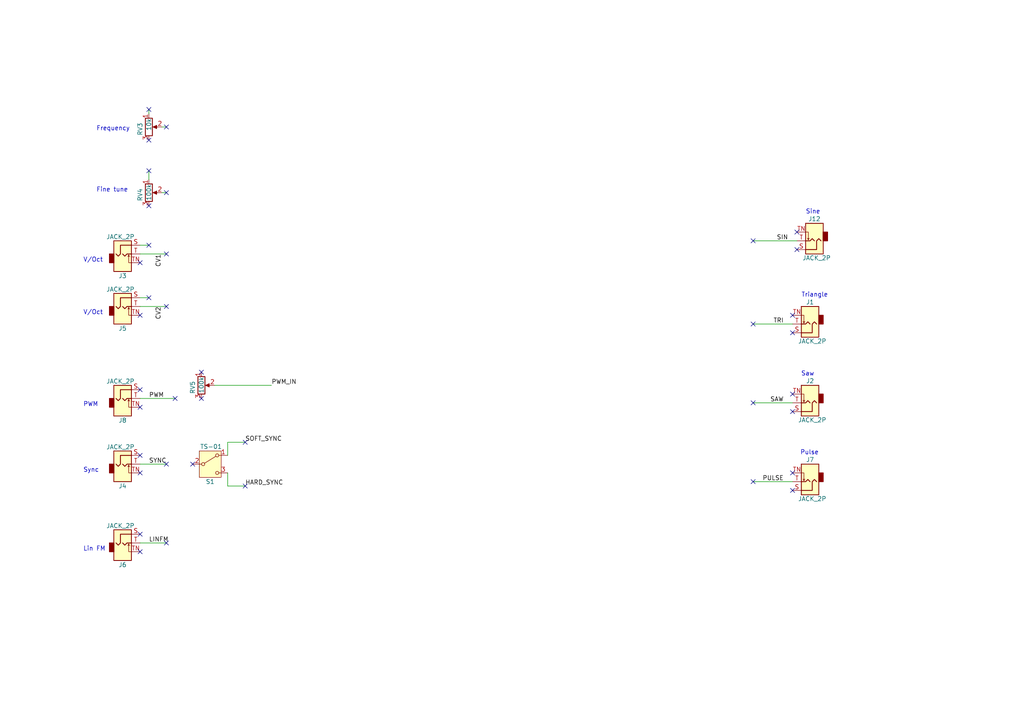
<source format=kicad_sch>
(kicad_sch (version 20250114) (generator "eeschema") (generator_version "9.0")
  (paper "A4")
  (lib_symbols
    (symbol "Device:R_Potentiometer" (pin_names (offset 1.016) (hide yes))
      (property "Reference" "RV" (at -4.445 0 90))
      (property "Value" "R_Potentiometer" (at -2.54 0 90))
      (symbol "R_Potentiometer_0_1"
        (rectangle (start 1.016 2.54) (end -1.016 -2.54) (stroke (width 0.254)))
        (polyline (pts (xy 1.143 0) (xy 2.286 0.508) (xy 2.286 -0.508) (xy 1.143 0)) (fill (type outline)))
        (polyline (pts (xy 2.54 0) (xy 1.524 0)))
      )
      (symbol "R_Potentiometer_1_1"
        (pin passive line (at 0 3.81 270) (length 1.27) (name "1") (number "1"))
        (pin passive line (at 0 -3.81 90) (length 1.27) (name "3") (number "3"))
        (pin passive line (at 3.81 0 180) (length 1.27) (name "2") (number "2"))
      )
    )
    (symbol "Eurorack Common:AudioJack2_SwitchT"
      (property "Reference" "J3" (at 0 -6.35 0))
      (property "Value" "JACK_2P" (at -0.635 4.9729 0))
      (symbol "AudioJack2_SwitchT_0_1"
        (rectangle (start -2.54 0) (end -3.81 -2.54) (stroke (width 0.254)) (fill (type outline)))
        (polyline (pts (xy 0 0) (xy 0.635 -0.635) (xy 1.27 0) (xy 2.54 0)) (stroke (width 0.254)))
        (polyline (pts (xy 1.778 -0.254) (xy 2.032 -0.762)))
        (rectangle (start 2.54 3.81) (end -2.54 -5.08) (stroke (width 0.254)) (fill (type background)))
        (polyline (pts (xy 2.54 2.54) (xy -0.635 2.54) (xy -0.635 0) (xy -1.27 -0.635) (xy -1.905 0)) (stroke (width 0.254)))
        (polyline (pts (xy 2.54 -2.54) (xy 1.778 -2.54) (xy 1.778 -0.254) (xy 1.524 -0.762)))
      )
      (symbol "AudioJack2_SwitchT_1_1"
        (pin passive line (at 5.08 2.54 180) (length 2.54) (name "~") (number "S"))
        (pin passive line (at 5.08 0 180) (length 2.54) (name "~") (number "T"))
        (pin passive line (at 5.08 -2.54 180) (length 2.54) (name "~") (number "TN"))
      )
    )
    (symbol "Switch:SW_SPDT" (pin_names (offset 0) (hide yes))
      (property "Reference" "SW" (at 0 5.08 0))
      (property "Value" "SW_SPDT" (at 0 -5.08 0))
      (symbol "SW_SPDT_0_1"
        (circle (center -2.032 0) (radius 0.4572))
        (polyline (pts (xy -1.651 0.254) (xy 1.651 2.286)))
        (circle (center 2.032 2.54) (radius 0.4572))
        (circle (center 2.032 -2.54) (radius 0.4572))
      )
      (symbol "SW_SPDT_1_1"
        (rectangle (start -3.175 3.81) (end 3.175 -3.81) (fill (type background)))
        (pin passive line (at -5.08 0 0) (length 2.54) (name "B") (number "2"))
        (pin passive line (at 5.08 2.54 180) (length 2.54) (name "A") (number "1"))
        (pin passive line (at 5.08 -2.54 180) (length 2.54) (name "C") (number "3"))
      )
    )
  )
  (text "Sync" (at 24.13 137.16 0) (effects (font (size 1.27 1.27)) (justify left bottom)))
  (text "Sine" (at 233.68 62.23 0) (effects (font (size 1.27 1.27)) (justify left bottom)))
  (text "Lin FM" (at 24.13 160.02 0) (effects (font (size 1.27 1.27)) (justify left bottom)))
  (text "V/Oct\n" (at 24.13 76.2 0) (effects (font (size 1.27 1.27)) (justify left bottom)))
  (text "Pulse" (at 237.49 132.08 0) (effects (font (size 1.27 1.27)) (justify right bottom)))
  (text "Saw" (at 236.22 109.22 0) (effects (font (size 1.27 1.27)) (justify right bottom)))
  (text "Fine tune" (at 27.94 55.88 0) (effects (font (size 1.27 1.27)) (justify left bottom)))
  (text "Triangle" (at 232.41 86.36 0) (effects (font (size 1.27 1.27)) (justify left bottom)))
  (text "V/Oct\n" (at 24.13 91.44 0) (effects (font (size 1.27 1.27)) (justify left bottom)))
  (text "Frequency" (at 27.94 38.1 0) (effects (font (size 1.27 1.27)) (justify left bottom)))
  (text "PWM" (at 24.13 118.11 0) (effects (font (size 1.27 1.27)) (justify left bottom)))
  (no_connect (at 43.18 49.53))
  (no_connect (at 218.44 139.7))
  (no_connect (at 40.64 137.16))
  (no_connect (at 43.18 86.36))
  (no_connect (at 40.64 76.2))
  (no_connect (at 48.26 55.88))
  (no_connect (at 48.26 157.48))
  (no_connect (at 40.64 160.02))
  (no_connect (at 50.8 115.57))
  (no_connect (at 231.14 72.39))
  (no_connect (at 40.64 91.44))
  (no_connect (at 218.44 93.98))
  (no_connect (at 40.64 132.08))
  (no_connect (at 229.87 142.24))
  (no_connect (at 229.87 119.38))
  (no_connect (at 48.26 73.66))
  (no_connect (at 229.87 96.52))
  (no_connect (at 71.12 128.27))
  (no_connect (at 40.64 118.11))
  (no_connect (at 229.87 91.44))
  (no_connect (at 71.12 140.97))
  (no_connect (at 48.26 134.62))
  (no_connect (at 43.18 59.69))
  (no_connect (at 43.18 40.64))
  (no_connect (at 218.44 116.84))
  (no_connect (at 231.14 67.31))
  (no_connect (at 43.18 31.75))
  (no_connect (at 229.87 114.3))
  (no_connect (at 55.88 134.62))
  (no_connect (at 218.44 69.85))
  (no_connect (at 58.42 107.95))
  (no_connect (at 58.42 115.57))
  (no_connect (at 40.64 154.94))
  (no_connect (at 229.87 137.16))
  (no_connect (at 48.26 36.83))
  (no_connect (at 43.18 71.12))
  (no_connect (at 48.26 88.9))
  (no_connect (at 40.64 113.03))
  (wire (pts (xy 43.18 52.07) (xy 43.18 49.53)))
  (wire (pts (xy 62.23 111.76) (xy 78.74 111.76)))
  (wire (pts (xy 40.64 88.9) (xy 48.26 88.9)))
  (wire (pts (xy 46.99 36.83) (xy 48.26 36.83)))
  (wire (pts (xy 40.64 115.57) (xy 50.8 115.57)))
  (wire (pts (xy 218.44 69.85) (xy 231.14 69.85)))
  (wire (pts (xy 40.64 86.36) (xy 43.18 86.36)))
  (wire (pts (xy 43.18 31.75) (xy 43.18 33.02)))
  (wire (pts (xy 40.64 157.48) (xy 48.26 157.48)))
  (wire (pts (xy 40.64 134.62) (xy 48.26 134.62)))
  (wire (pts (xy 66.04 128.27) (xy 66.04 132.08)))
  (wire (pts (xy 218.44 116.84) (xy 229.87 116.84)))
  (wire (pts (xy 218.44 93.98) (xy 229.87 93.98)))
  (wire (pts (xy 218.44 139.7) (xy 229.87 139.7)))
  (wire (pts (xy 40.64 71.12) (xy 43.18 71.12)))
  (wire (pts (xy 66.04 140.97) (xy 66.04 137.16)))
  (wire (pts (xy 66.04 128.27) (xy 71.12 128.27)))
  (wire (pts (xy 66.04 140.97) (xy 71.12 140.97)))
  (wire (pts (xy 46.99 55.88) (xy 48.26 55.88)))
  (wire (pts (xy 40.64 73.66) (xy 48.26 73.66)))
  (label "SIN" (at 228.6 69.85 180))
  (label "PWM" (at 43.18 115.57 0))
  (label "SYNC" (at 43.18 134.62 0))
  (label "PULSE" (at 227.33 139.7 180))
  (label "PWM_IN" (at 78.74 111.76 0))
  (label "CV1" (at 46.99 73.66 270))
  (label "TRI" (at 227.33 93.98 180))
  (label "CV2" (at 46.99 88.9 270))
  (label "SOFT_SYNC" (at 71.12 128.27 0))
  (label "HARD_SYNC" (at 71.12 140.97 0))
  (label "SAW" (at 227.33 116.84 180))
  (label "LINFM" (at 43.18 157.48 0))
  (symbol (lib_id "Eurorack Common:AudioJack2_SwitchT") (at 35.56 134.62 0) (unit 1)
    (property "Reference" "J4" (at 35.56 140.97 0))
    (property "Value" "JACK_2P" (at 34.925 129.6471 0))
    (property "Footprint" "Eurorack Common:Thonkicon_FP" (effects (hide yes)))
  )
  (symbol (lib_id "Eurorack Common:AudioJack2_SwitchT") (at 234.95 116.84 180) (unit 1)
    (property "Reference" "J2" (at 234.95 110.49 0))
    (property "Value" "JACK_2P" (at 235.585 121.8129 0))
    (property "Footprint" "Eurorack Common:Thonkicon_FP" (effects (hide yes)))
  )
  (symbol (lib_id "Eurorack Common:AudioJack2_SwitchT") (at 35.56 157.48 0) (unit 1)
    (property "Reference" "J6" (at 35.56 163.83 0))
    (property "Value" "JACK_2P" (at 34.925 152.5071 0))
    (property "Footprint" "Eurorack Common:Thonkicon_FP" (effects (hide yes)))
  )
  (symbol (lib_id "Switch:SW_SPDT") (at 60.96 134.62 0) (unit 1)
    (property "Reference" "S1" (at 60.96 139.7 0))
    (property "Value" "TS-01" (at 61.214 129.54 0))
    (property "Footprint" "Eurorack Common:Sub-Miniature SPDT_FP" (effects (hide yes)))
    (property "Description" "Switch, single pole double throw" (effects (hide yes)))
  )
  (symbol (lib_id "Eurorack Common:AudioJack2_SwitchT") (at 236.22 69.85 180) (unit 1)
    (property "Reference" "J12" (at 236.22 63.5 0))
    (property "Value" "JACK_2P" (at 236.855 74.8229 0))
    (property "Footprint" "Eurorack Common:Thonkicon_FP" (effects (hide yes)))
  )
  (symbol (lib_id "Eurorack Common:AudioJack2_SwitchT") (at 234.95 93.98 180) (unit 1)
    (property "Reference" "J1" (at 234.95 87.63 0))
    (property "Value" "JACK_2P" (at 235.585 98.9529 0))
    (property "Footprint" "Eurorack Common:Thonkicon_FP" (effects (hide yes)))
  )
  (symbol (lib_id "Device:R_Potentiometer") (at 58.42 111.76 0) (unit 1)
    (property "Reference" "RV5" (at 55.88 110.49 90) (effects (justify right)))
    (property "Value" "100k" (at 58.42 109.22 90) (effects (justify right)))
    (property "Footprint" "Eurorack Common:Alpha Potentiometer_FP" (effects (hide yes)))
    (property "Description" "Potentiometer" (effects (hide yes)))
  )
  (symbol (lib_id "Device:R_Potentiometer") (at 43.18 36.83 0) (unit 1)
    (property "Reference" "RV3" (at 40.64 35.56 90) (effects (justify right)))
    (property "Value" "10k" (at 43.18 34.29 90) (effects (justify right)))
    (property "Footprint" "Eurorack Common:Alpha Potentiometer_FP" (effects (hide yes)))
    (property "Description" "Potentiometer" (effects (hide yes)))
    (property "Tolerance" "1%" (effects (hide yes)))
  )
  (symbol (lib_id "Eurorack Common:AudioJack2_SwitchT") (at 35.56 115.57 0) (unit 1)
    (property "Reference" "J8" (at 35.56 121.92 0))
    (property "Value" "JACK_2P" (at 34.925 110.5971 0))
    (property "Footprint" "Eurorack Common:Thonkicon_FP" (effects (hide yes)))
  )
  (symbol (lib_id "Eurorack Common:AudioJack2_SwitchT") (at 234.95 139.7 180) (unit 1)
    (property "Reference" "J7" (at 234.95 133.35 0))
    (property "Value" "JACK_2P" (at 235.585 144.6729 0))
    (property "Footprint" "Eurorack Common:Thonkicon_FP" (effects (hide yes)))
  )
  (symbol (lib_id "Eurorack Common:AudioJack2_SwitchT") (at 35.56 88.9 0) (unit 1)
    (property "Reference" "J5" (at 35.56 95.25 0))
    (property "Value" "JACK_2P" (at 34.925 83.9271 0))
    (property "Footprint" "Eurorack Common:Thonkicon_FP" (effects (hide yes)))
  )
  (symbol (lib_id "Eurorack Common:AudioJack2_SwitchT") (at 35.56 73.66 0) (unit 1)
    (property "Reference" "J3" (at 35.56 80.01 0))
    (property "Value" "JACK_2P" (at 34.925 68.6871 0))
    (property "Footprint" "Eurorack Common:Thonkicon_FP" (effects (hide yes)))
  )
  (symbol (lib_id "Device:R_Potentiometer") (at 43.18 55.88 0) (unit 1)
    (property "Reference" "RV4" (at 40.64 54.61 90) (effects (justify right)))
    (property "Value" "100k" (at 43.18 53.34 90) (effects (justify right)))
    (property "Footprint" "Eurorack Common:Alpha Potentiometer_FP" (effects (hide yes)))
    (property "Description" "Potentiometer" (effects (hide yes)))
  )
)
</source>
